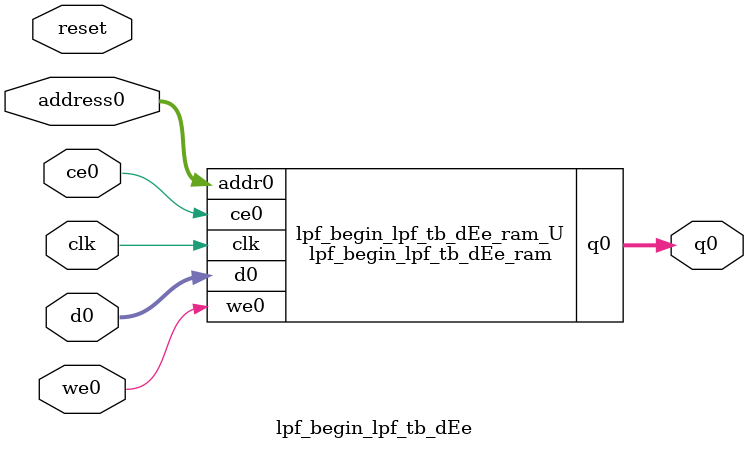
<source format=v>

`timescale 1 ns / 1 ps
module lpf_begin_lpf_tb_dEe_ram (addr0, ce0, d0, we0, q0,  clk);

parameter DWIDTH = 32;
parameter AWIDTH = 2;
parameter MEM_SIZE = 3;

input[AWIDTH-1:0] addr0;
input ce0;
input[DWIDTH-1:0] d0;
input we0;
output reg[DWIDTH-1:0] q0;
input clk;

(* ram_style = "distributed" *)reg [DWIDTH-1:0] ram[0:MEM_SIZE-1];




always @(posedge clk)  
begin 
    if (ce0) 
    begin
        if (we0) 
        begin 
            ram[addr0] <= d0; 
            q0 <= d0;
        end 
        else 
            q0 <= ram[addr0];
    end
end


endmodule


`timescale 1 ns / 1 ps
module lpf_begin_lpf_tb_dEe(
    reset,
    clk,
    address0,
    ce0,
    we0,
    d0,
    q0);

parameter DataWidth = 32'd32;
parameter AddressRange = 32'd3;
parameter AddressWidth = 32'd2;
input reset;
input clk;
input[AddressWidth - 1:0] address0;
input ce0;
input we0;
input[DataWidth - 1:0] d0;
output[DataWidth - 1:0] q0;



lpf_begin_lpf_tb_dEe_ram lpf_begin_lpf_tb_dEe_ram_U(
    .clk( clk ),
    .addr0( address0 ),
    .ce0( ce0 ),
    .d0( d0 ),
    .we0( we0 ),
    .q0( q0 ));

endmodule


</source>
